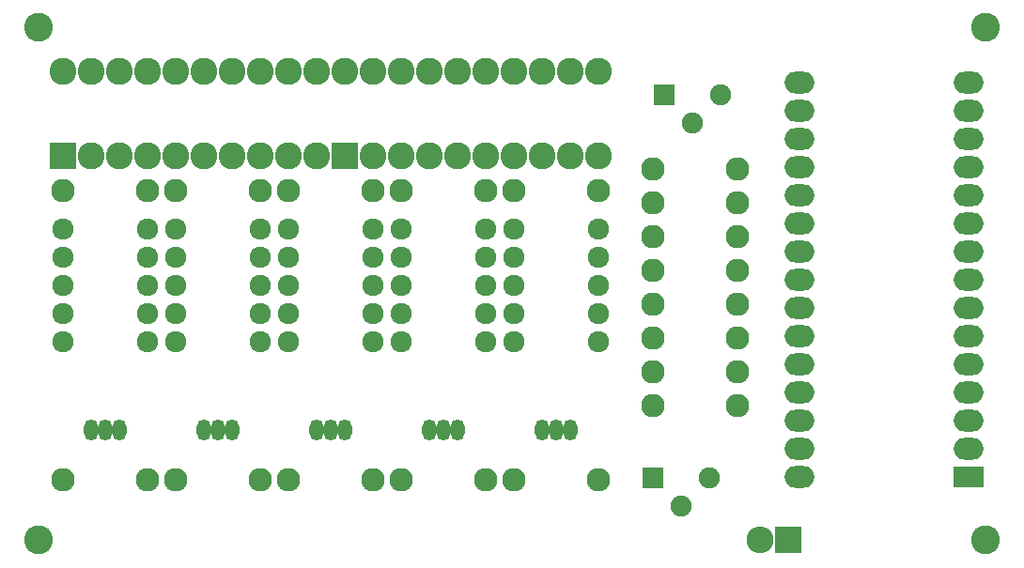
<source format=gbr>
G04 #@! TF.FileFunction,Soldermask,Top*
%FSLAX46Y46*%
G04 Gerber Fmt 4.6, Leading zero omitted, Abs format (unit mm)*
G04 Created by KiCad (PCBNEW 4.0.4+e1-6308~48~ubuntu15.10.1-stable) date Thu Dec  8 14:38:08 2016*
%MOMM*%
%LPD*%
G01*
G04 APERTURE LIST*
%ADD10C,0.100000*%
%ADD11O,1.299160X1.901140*%
%ADD12C,1.910000*%
%ADD13R,1.910000X1.910000*%
%ADD14R,2.686000X1.974800*%
%ADD15O,2.686000X1.974800*%
%ADD16C,1.924000*%
%ADD17R,2.432000X2.432000*%
%ADD18O,2.432000X2.432000*%
%ADD19C,2.600000*%
%ADD20C,2.432000*%
%ADD21C,2.127200*%
G04 APERTURE END LIST*
D10*
D11*
X131445000Y-87630000D03*
X132715000Y-87630000D03*
X130175000Y-87630000D03*
D12*
X145288000Y-91948000D03*
D13*
X140208000Y-91948000D03*
D12*
X142748000Y-94488000D03*
D14*
X168605200Y-91846400D03*
D15*
X168605200Y-89306400D03*
X168605200Y-86766400D03*
X168605200Y-84226400D03*
X168605200Y-81686400D03*
X168605200Y-79146400D03*
X168605200Y-76606400D03*
X168605200Y-74066400D03*
X168605200Y-71526400D03*
X168605200Y-68986400D03*
X168605200Y-66446400D03*
X168605200Y-63906400D03*
X168605200Y-61366400D03*
X168605200Y-58826400D03*
X168605200Y-56286400D03*
X153365200Y-56286400D03*
X153365200Y-58826400D03*
X153365200Y-61366400D03*
X153365200Y-63906400D03*
X153365200Y-66446400D03*
X153365200Y-68986400D03*
X153365200Y-71526400D03*
X153365200Y-74066400D03*
X153365200Y-76606400D03*
X153365200Y-79146400D03*
X153365200Y-81686400D03*
X153365200Y-84226400D03*
X153365200Y-86766400D03*
X153365200Y-89306400D03*
X153365200Y-91846400D03*
D11*
X90805000Y-87630000D03*
X92075000Y-87630000D03*
X89535000Y-87630000D03*
X100965000Y-87630000D03*
X102235000Y-87630000D03*
X99695000Y-87630000D03*
X111125000Y-87630000D03*
X112395000Y-87630000D03*
X109855000Y-87630000D03*
X121285000Y-87630000D03*
X122555000Y-87630000D03*
X120015000Y-87630000D03*
D16*
X107315000Y-69457000D03*
X114935000Y-69457000D03*
X107315000Y-71997000D03*
X114935000Y-71997000D03*
X107315000Y-74537000D03*
X114935000Y-74537000D03*
X107315000Y-77077000D03*
X114935000Y-77077000D03*
X107315000Y-79617000D03*
X114935000Y-79617000D03*
X127635000Y-69457000D03*
X135255000Y-69457000D03*
X127635000Y-71997000D03*
X135255000Y-71997000D03*
X127635000Y-74537000D03*
X135255000Y-74537000D03*
X127635000Y-77077000D03*
X135255000Y-77077000D03*
X127635000Y-79617000D03*
X135255000Y-79617000D03*
X117475000Y-69457000D03*
X125095000Y-69457000D03*
X117475000Y-71997000D03*
X125095000Y-71997000D03*
X117475000Y-74537000D03*
X125095000Y-74537000D03*
X117475000Y-77077000D03*
X125095000Y-77077000D03*
X117475000Y-79617000D03*
X125095000Y-79617000D03*
X97155000Y-69457000D03*
X104775000Y-69457000D03*
X97155000Y-71997000D03*
X104775000Y-71997000D03*
X97155000Y-74537000D03*
X104775000Y-74537000D03*
X97155000Y-77077000D03*
X104775000Y-77077000D03*
X97155000Y-79617000D03*
X104775000Y-79617000D03*
X86995000Y-69457000D03*
X94615000Y-69457000D03*
X86995000Y-71997000D03*
X94615000Y-71997000D03*
X86995000Y-74537000D03*
X94615000Y-74537000D03*
X86995000Y-77077000D03*
X94615000Y-77077000D03*
X86995000Y-79617000D03*
X94615000Y-79617000D03*
D17*
X152400000Y-97536000D03*
D18*
X149860000Y-97536000D03*
D19*
X84836000Y-51308000D03*
X84836000Y-97536000D03*
X170180000Y-51308000D03*
X170180000Y-97536000D03*
D17*
X86995000Y-62865000D03*
D20*
X89535000Y-62865000D03*
X92075000Y-62865000D03*
X94615000Y-62865000D03*
X104775000Y-55245000D03*
X102235000Y-55245000D03*
X99695000Y-55245000D03*
X97155000Y-55245000D03*
X97155000Y-62865000D03*
X99695000Y-62865000D03*
X102235000Y-62865000D03*
X104775000Y-62865000D03*
X107315000Y-55245000D03*
X109855000Y-55245000D03*
X109855000Y-62865000D03*
X107315000Y-62865000D03*
X94615000Y-55245000D03*
X92075000Y-55245000D03*
X89535000Y-55245000D03*
X86995000Y-55245000D03*
D17*
X112395000Y-62865000D03*
D20*
X114935000Y-62865000D03*
X117475000Y-62865000D03*
X120015000Y-62865000D03*
X130175000Y-55245000D03*
X127635000Y-55245000D03*
X125095000Y-55245000D03*
X122555000Y-55245000D03*
X122555000Y-62865000D03*
X125095000Y-62865000D03*
X127635000Y-62865000D03*
X130175000Y-62865000D03*
X132715000Y-55245000D03*
X135255000Y-55245000D03*
X135255000Y-62865000D03*
X132715000Y-62865000D03*
X120015000Y-55245000D03*
X117475000Y-55245000D03*
X114935000Y-55245000D03*
X112395000Y-55245000D03*
D12*
X146304000Y-57404000D03*
D13*
X141224000Y-57404000D03*
D12*
X143764000Y-59944000D03*
D21*
X86995000Y-92075000D03*
X94615000Y-92075000D03*
X97155000Y-92075000D03*
X104775000Y-92075000D03*
X107315000Y-92075000D03*
X114935000Y-92075000D03*
X117475000Y-92075000D03*
X125095000Y-92075000D03*
X127635000Y-92075000D03*
X135255000Y-92075000D03*
X86995000Y-66040000D03*
X94615000Y-66040000D03*
X97155000Y-66040000D03*
X104775000Y-66040000D03*
X107315000Y-66040000D03*
X114935000Y-66040000D03*
X117475000Y-66040000D03*
X125095000Y-66040000D03*
X127635000Y-66040000D03*
X135255000Y-66040000D03*
X140208000Y-85420200D03*
X147828000Y-85420200D03*
X140208000Y-64084200D03*
X147828000Y-64084200D03*
X140208000Y-70180200D03*
X147828000Y-70180200D03*
X140208000Y-76276200D03*
X147828000Y-76276200D03*
X140208000Y-82372200D03*
X147828000Y-82372200D03*
X140208000Y-79324200D03*
X147828000Y-79324200D03*
X140208000Y-73228200D03*
X147828000Y-73228200D03*
X140208000Y-67132200D03*
X147828000Y-67132200D03*
M02*

</source>
